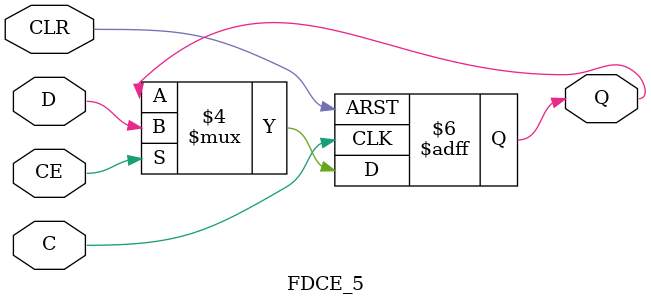
<source format=v>
module FDCE_5 (output reg Q, input C, CE, D, CLR);
  parameter [0:0] INIT = 1'b0;
  parameter [0:0] IS_C_INVERTED = 1'b0;
  parameter [0:0] IS_D_INVERTED = 1'b0;
  parameter [0:0] IS_CLR_INVERTED = 1'b0;
  initial Q <= INIT;
  generate case ({|IS_C_INVERTED, |IS_CLR_INVERTED})
    2'b00: always @(posedge C, posedge CLR) if ( CLR) Q <= 1'b0; else if (CE) Q <= D ^ IS_D_INVERTED;
    2'b01: always @(posedge C, negedge CLR) if (!CLR) Q <= 1'b0; else if (CE) Q <= D ^ IS_D_INVERTED;
    2'b10: always @(negedge C, posedge CLR) if ( CLR) Q <= 1'b0; else if (CE) Q <= D ^ IS_D_INVERTED;
    2'b11: always @(negedge C, negedge CLR) if (!CLR) Q <= 1'b0; else if (CE) Q <= D ^ IS_D_INVERTED;
  endcase endgenerate
endmodule
</source>
